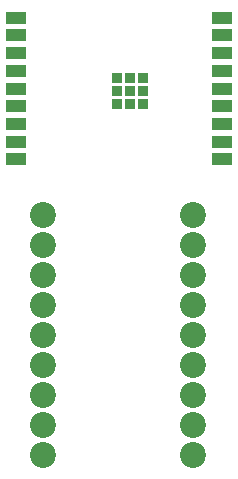
<source format=gts>
%TF.GenerationSoftware,KiCad,Pcbnew,7.0.6*%
%TF.CreationDate,2023-07-20T15:13:03+09:00*%
%TF.ProjectId,esp32c3_test,65737033-3263-4335-9f74-6573742e6b69,rev?*%
%TF.SameCoordinates,PX7f2c270PY70a3730*%
%TF.FileFunction,Soldermask,Top*%
%TF.FilePolarity,Negative*%
%FSLAX46Y46*%
G04 Gerber Fmt 4.6, Leading zero omitted, Abs format (unit mm)*
G04 Created by KiCad (PCBNEW 7.0.6) date 2023-07-20 15:13:03*
%MOMM*%
%LPD*%
G01*
G04 APERTURE LIST*
G04 Aperture macros list*
%AMRoundRect*
0 Rectangle with rounded corners*
0 $1 Rounding radius*
0 $2 $3 $4 $5 $6 $7 $8 $9 X,Y pos of 4 corners*
0 Add a 4 corners polygon primitive as box body*
4,1,4,$2,$3,$4,$5,$6,$7,$8,$9,$2,$3,0*
0 Add four circle primitives for the rounded corners*
1,1,$1+$1,$2,$3*
1,1,$1+$1,$4,$5*
1,1,$1+$1,$6,$7*
1,1,$1+$1,$8,$9*
0 Add four rect primitives between the rounded corners*
20,1,$1+$1,$2,$3,$4,$5,0*
20,1,$1+$1,$4,$5,$6,$7,0*
20,1,$1+$1,$6,$7,$8,$9,0*
20,1,$1+$1,$8,$9,$2,$3,0*%
G04 Aperture macros list end*
%ADD10C,2.200000*%
%ADD11RoundRect,0.100000X0.350000X0.350000X-0.350000X0.350000X-0.350000X-0.350000X0.350000X-0.350000X0*%
%ADD12RoundRect,0.100000X0.750000X0.450000X-0.750000X0.450000X-0.750000X-0.450000X0.750000X-0.450000X0*%
%ADD13RoundRect,0.100000X-0.750000X-0.450000X0.750000X-0.450000X0.750000X0.450000X-0.750000X0.450000X0*%
G04 APERTURE END LIST*
D10*
%TO.C,J2*%
X5080000Y22860000D03*
X5080000Y20320000D03*
X5080000Y17780000D03*
X5080000Y15240000D03*
X5080000Y12700000D03*
X5080000Y10160000D03*
X5080000Y7620000D03*
X5080000Y5080000D03*
X5080000Y2540000D03*
%TD*%
%TO.C,J1*%
X17780000Y22860000D03*
X17780000Y20320000D03*
X17780000Y17780000D03*
X17780000Y15240000D03*
X17780000Y12700000D03*
X17780000Y10160000D03*
X17780000Y7620000D03*
X17780000Y5080000D03*
X17780000Y2540000D03*
%TD*%
D11*
%TO.C,U1*%
X13555000Y32235000D03*
X13555000Y33335000D03*
X13555000Y34435000D03*
X12405000Y32235000D03*
X12405000Y33335000D03*
X12405000Y34435000D03*
X11355000Y32235000D03*
X11355000Y33335000D03*
X11355000Y34435000D03*
D12*
X20245000Y39535000D03*
X20245000Y38035000D03*
X20245000Y36535000D03*
X20245000Y35035000D03*
X20245000Y33535000D03*
X20245000Y32035000D03*
X20245000Y30535000D03*
X20245000Y29035000D03*
X20245000Y27535000D03*
D13*
X2745000Y27535000D03*
X2745000Y29035000D03*
X2745000Y30535000D03*
X2745000Y32035000D03*
X2745000Y33535000D03*
X2745000Y35035000D03*
X2745000Y36535000D03*
X2745000Y38035000D03*
X2745000Y39535000D03*
%TD*%
M02*

</source>
